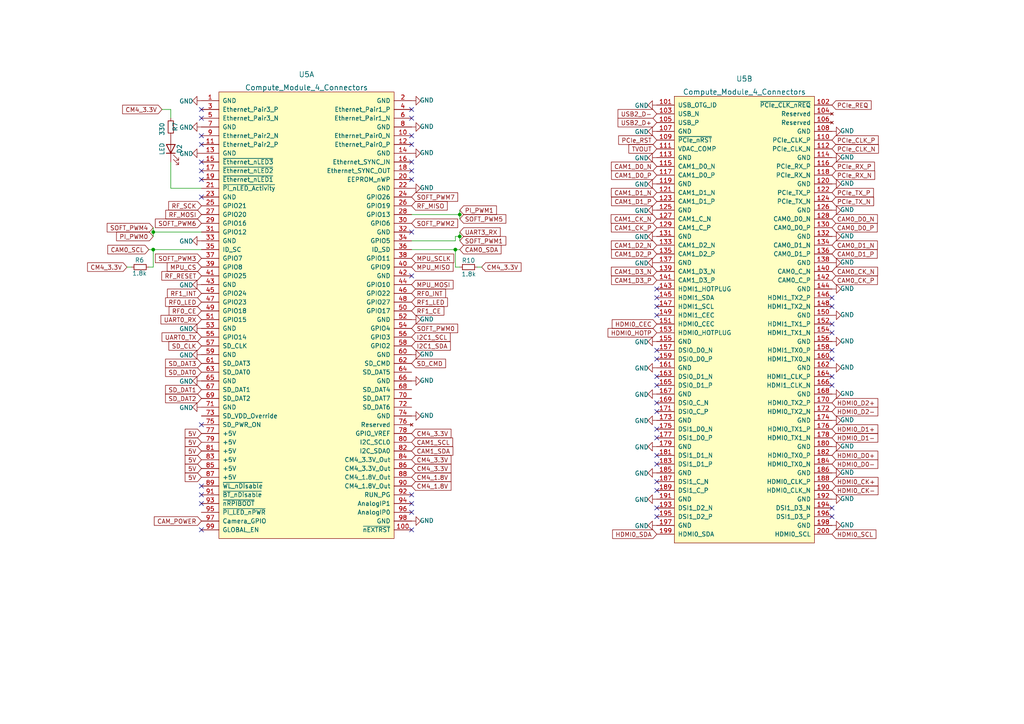
<source format=kicad_sch>
(kicad_sch (version 20211123) (generator eeschema)
  (paper "A4")
  (lib_symbols
    (symbol "Device:LED" (pin_numbers hide) (pin_names (offset 1.016) hide)
      (property "Reference" "D" (at 0 2.54 0))
      (property "Value" "LED" (at 0 -2.54 0))
      (symbol "LED_0_1"
        (polyline (pts (xy -1.27 -1.27) (xy -1.27 1.27)) (stroke (width 0.254)))
        (polyline (pts (xy -1.27 0) (xy 1.27 0)))
        (polyline (pts (xy 1.27 -1.27) (xy 1.27 1.27) (xy -1.27 0) (xy 1.27 -1.27)) (stroke (width 0.254)))
        (polyline (pts (xy -3.048 -0.762) (xy -4.572 -2.286) (xy -3.81 -2.286) (xy -4.572 -2.286) (xy -4.572 -1.524)))
        (polyline (pts (xy -1.778 -0.762) (xy -3.302 -2.286) (xy -2.54 -2.286) (xy -3.302 -2.286) (xy -3.302 -1.524)))
      )
      (symbol "LED_1_1"
        (pin passive line (at -3.81 0 0) (length 2.54) (name "K") (number "1"))
        (pin passive line (at 3.81 0 180) (length 2.54) (name "A") (number "2"))
      )
    )
    (symbol "Device:R_Small" (pin_numbers hide) (pin_names (offset 0.254) hide)
      (property "Reference" "R" (at 0.762 0.508 0))
      (property "Value" "R_Small" (at 0.762 -1.016 0))
      (symbol "R_Small_0_1"
        (rectangle (start -0.762 1.778) (end 0.762 -1.778) (stroke (width 0.2032)))
      )
      (symbol "R_Small_1_1"
        (pin passive line (at 0 2.54 270) (length 0.762) (name "~") (number "1"))
        (pin passive line (at 0 -2.54 90) (length 0.762) (name "~") (number "2"))
      )
    )
    (symbol "Raspberry_Pi_Compute_Module_4:Compute_Module_4_Connectors" (pin_names (offset 1.016))
      (property "Reference" "U" (at 5.08 6.35 0))
      (property "Value" "Compute_Module_4_Connectors" (at 5.08 3.81 0))
      (symbol "Compute_Module_4_Connectors_1_1"
        (rectangle (start 5.08 2.54) (end 55.88 -127) (fill (type background)))
        (pin power_in line (at 0 0 0) (length 5.08) (name "GND") (number "1"))
        (pin passive line (at 60.96 -10.16 180) (length 5.08) (name "Ethernet_Pair0_N") (number "10"))
        (pin output line (at 60.96 -124.46 180) (length 5.08) (name "~{nEXTRST}") (number "100"))
        (pin passive line (at 0 -12.7 0) (length 5.08) (name "Ethernet_Pair2_P") (number "11"))
        (pin passive line (at 60.96 -12.7 180) (length 5.08) (name "Ethernet_Pair0_P") (number "12"))
        (pin power_in line (at 0 -15.24 0) (length 5.08) (name "GND") (number "13"))
        (pin power_in line (at 60.96 -15.24 180) (length 5.08) (name "GND") (number "14"))
        (pin output line (at 0 -17.78 0) (length 5.08) (name "~{Ethernet_nLED3}") (number "15"))
        (pin input line (at 60.96 -17.78 180) (length 5.08) (name "Ethernet_SYNC_IN") (number "16"))
        (pin output line (at 0 -20.32 0) (length 5.08) (name "~{Ethernet_nLED2}") (number "17"))
        (pin input line (at 60.96 -20.32 180) (length 5.08) (name "Ethernet_SYNC_OUT") (number "18"))
        (pin output line (at 0 -22.86 0) (length 5.08) (name "~{Ethernet_nLED1}") (number "19"))
        (pin power_in line (at 60.96 0 180) (length 5.08) (name "GND") (number "2"))
        (pin passive line (at 60.96 -22.86 180) (length 5.08) (name "EEPROM_nWP") (number "20"))
        (pin open_collector line (at 0 -25.4 0) (length 5.08) (name "~{Pi_nLED_Activity}") (number "21"))
        (pin power_in line (at 60.96 -25.4 180) (length 5.08) (name "GND") (number "22"))
        (pin power_in line (at 0 -27.94 0) (length 5.08) (name "GND") (number "23"))
        (pin passive line (at 60.96 -27.94 180) (length 5.08) (name "GPIO26") (number "24"))
        (pin passive line (at 0 -30.48 0) (length 5.08) (name "GPIO21") (number "25"))
        (pin passive line (at 60.96 -30.48 180) (length 5.08) (name "GPIO19") (number "26"))
        (pin passive line (at 0 -33.02 0) (length 5.08) (name "GPIO20") (number "27"))
        (pin passive line (at 60.96 -33.02 180) (length 5.08) (name "GPIO13") (number "28"))
        (pin passive line (at 0 -35.56 0) (length 5.08) (name "GPIO16") (number "29"))
        (pin passive line (at 0 -2.54 0) (length 5.08) (name "Ethernet_Pair3_P") (number "3"))
        (pin passive line (at 60.96 -35.56 180) (length 5.08) (name "GPIO6") (number "30"))
        (pin passive line (at 0 -38.1 0) (length 5.08) (name "GPIO12") (number "31"))
        (pin power_in line (at 60.96 -38.1 180) (length 5.08) (name "GND") (number "32"))
        (pin power_in line (at 0 -40.64 0) (length 5.08) (name "GND") (number "33"))
        (pin passive line (at 60.96 -40.64 180) (length 5.08) (name "GPIO5") (number "34"))
        (pin passive line (at 0 -43.18 0) (length 5.08) (name "ID_SC") (number "35"))
        (pin passive line (at 60.96 -43.18 180) (length 5.08) (name "ID_SD") (number "36"))
        (pin passive line (at 0 -45.72 0) (length 5.08) (name "GPIO7") (number "37"))
        (pin passive line (at 60.96 -45.72 180) (length 5.08) (name "GPIO11") (number "38"))
        (pin passive line (at 0 -48.26 0) (length 5.08) (name "GPIO8") (number "39"))
        (pin passive line (at 60.96 -2.54 180) (length 5.08) (name "Ethernet_Pair1_P") (number "4"))
        (pin passive line (at 60.96 -48.26 180) (length 5.08) (name "GPIO9") (number "40"))
        (pin passive line (at 0 -50.8 0) (length 5.08) (name "GPIO25") (number "41"))
        (pin power_in line (at 60.96 -50.8 180) (length 5.08) (name "GND") (number "42"))
        (pin power_in line (at 0 -53.34 0) (length 5.08) (name "GND") (number "43"))
        (pin passive line (at 60.96 -53.34 180) (length 5.08) (name "GPIO10") (number "44"))
        (pin passive line (at 0 -55.88 0) (length 5.08) (name "GPIO24") (number "45"))
        (pin passive line (at 60.96 -55.88 180) (length 5.08) (name "GPIO22") (number "46"))
        (pin passive line (at 0 -58.42 0) (length 5.08) (name "GPIO23") (number "47"))
        (pin passive line (at 60.96 -58.42 180) (length 5.08) (name "GPIO27") (number "48"))
        (pin passive line (at 0 -60.96 0) (length 5.08) (name "GPIO18") (number "49"))
        (pin passive line (at 0 -5.08 0) (length 5.08) (name "Ethernet_Pair3_N") (number "5"))
        (pin passive line (at 60.96 -60.96 180) (length 5.08) (name "GPIO17") (number "50"))
        (pin passive line (at 0 -63.5 0) (length 5.08) (name "GPIO15") (number "51"))
        (pin power_in line (at 60.96 -63.5 180) (length 5.08) (name "GND") (number "52"))
        (pin power_in line (at 0 -66.04 0) (length 5.08) (name "GND") (number "53"))
        (pin passive line (at 60.96 -66.04 180) (length 5.08) (name "GPIO4") (number "54"))
        (pin passive line (at 0 -68.58 0) (length 5.08) (name "GPIO14") (number "55"))
        (pin passive line (at 60.96 -68.58 180) (length 5.08) (name "GPIO3") (number "56"))
        (pin passive line (at 0 -71.12 0) (length 5.08) (name "SD_CLK") (number "57"))
        (pin passive line (at 60.96 -71.12 180) (length 5.08) (name "GPIO2") (number "58"))
        (pin power_in line (at 0 -73.66 0) (length 5.08) (name "GND") (number "59"))
        (pin passive line (at 60.96 -5.08 180) (length 5.08) (name "Ethernet_Pair1_N") (number "6"))
        (pin power_in line (at 60.96 -73.66 180) (length 5.08) (name "GND") (number "60"))
        (pin passive line (at 0 -76.2 0) (length 5.08) (name "SD_DAT3") (number "61"))
        (pin passive line (at 60.96 -76.2 180) (length 5.08) (name "SD_CMD") (number "62"))
        (pin passive line (at 0 -78.74 0) (length 5.08) (name "SD_DAT0") (number "63"))
        (pin passive line (at 60.96 -78.74 180) (length 5.08) (name "SD_DAT5") (number "64"))
        (pin power_in line (at 0 -81.28 0) (length 5.08) (name "GND") (number "65"))
        (pin power_in line (at 60.96 -81.28 180) (length 5.08) (name "GND") (number "66"))
        (pin passive line (at 0 -83.82 0) (length 5.08) (name "SD_DAT1") (number "67"))
        (pin passive line (at 60.96 -83.82 180) (length 5.08) (name "SD_DAT4") (number "68"))
        (pin passive line (at 0 -86.36 0) (length 5.08) (name "SD_DAT2") (number "69"))
        (pin power_in line (at 0 -7.62 0) (length 5.08) (name "GND") (number "7"))
        (pin passive line (at 60.96 -86.36 180) (length 5.08) (name "SD_DAT7") (number "70"))
        (pin power_in line (at 0 -88.9 0) (length 5.08) (name "GND") (number "71"))
        (pin passive line (at 60.96 -88.9 180) (length 5.08) (name "SD_DAT6") (number "72"))
        (pin input line (at 0 -91.44 0) (length 5.08) (name "SD_VDD_Override") (number "73"))
        (pin power_in line (at 60.96 -91.44 180) (length 5.08) (name "GND") (number "74"))
        (pin output line (at 0 -93.98 0) (length 5.08) (name "SD_PWR_ON") (number "75"))
        (pin no_connect line (at 60.96 -93.98 180) (length 5.08) (name "Reserved") (number "76"))
        (pin power_in line (at 0 -96.52 0) (length 5.08) (name "+5V") (number "77"))
        (pin power_in line (at 60.96 -96.52 180) (length 5.08) (name "GPIO_VREF") (number "78"))
        (pin power_in line (at 0 -99.06 0) (length 5.08) (name "+5V") (number "79"))
        (pin power_in line (at 60.96 -7.62 180) (length 5.08) (name "GND") (number "8"))
        (pin bidirectional line (at 60.96 -99.06 180) (length 5.08) (name "I2C_SCL0") (number "80"))
        (pin power_in line (at 0 -101.6 0) (length 5.08) (name "+5V") (number "81"))
        (pin bidirectional line (at 60.96 -101.6 180) (length 5.08) (name "I2C_SDA0") (number "82"))
        (pin power_in line (at 0 -104.14 0) (length 5.08) (name "+5V") (number "83"))
        (pin power_out line (at 60.96 -104.14 180) (length 5.08) (name "CM4_3.3V_Out") (number "84"))
        (pin power_in line (at 0 -106.68 0) (length 5.08) (name "+5V") (number "85"))
        (pin power_out line (at 60.96 -106.68 180) (length 5.08) (name "CM4_3.3V_Out") (number "86"))
        (pin power_in line (at 0 -109.22 0) (length 5.08) (name "+5V") (number "87"))
        (pin power_out line (at 60.96 -109.22 180) (length 5.08) (name "CM4_1.8V_Out") (number "88"))
        (pin input line (at 0 -111.76 0) (length 5.08) (name "~{WL_nDisable}") (number "89"))
        (pin passive line (at 0 -10.16 0) (length 5.08) (name "Ethernet_Pair2_N") (number "9"))
        (pin power_out line (at 60.96 -111.76 180) (length 5.08) (name "CM4_1.8V_Out") (number "90"))
        (pin input line (at 0 -114.3 0) (length 5.08) (name "~{BT_nDisable}") (number "91"))
        (pin passive line (at 60.96 -114.3 180) (length 5.08) (name "RUN_PG") (number "92"))
        (pin input line (at 0 -116.84 0) (length 5.08) (name "~{nRPIBOOT}") (number "93"))
        (pin passive line (at 60.96 -116.84 180) (length 5.08) (name "AnalogIP1") (number "94"))
        (pin output line (at 0 -119.38 0) (length 5.08) (name "~{PI_LED_nPWR}") (number "95"))
        (pin passive line (at 60.96 -119.38 180) (length 5.08) (name "AnalogIP0") (number "96"))
        (pin passive line (at 0 -121.92 0) (length 5.08) (name "Camera_GPIO") (number "97"))
        (pin power_in line (at 60.96 -121.92 180) (length 5.08) (name "GND") (number "98"))
        (pin input line (at 0 -124.46 0) (length 5.08) (name "GLOBAL_EN") (number "99"))
      )
      (symbol "Compute_Module_4_Connectors_2_1"
        (rectangle (start 5.08 2.54) (end 45.72 -127) (fill (type background)))
        (pin input line (at 0 0 0) (length 5.08) (name "USB_OTG_ID") (number "101"))
        (pin input line (at 50.8 0 180) (length 5.08) (name "~{PCIe_CLK_nREQ}") (number "102"))
        (pin passive line (at 0 -2.54 0) (length 5.08) (name "USB_N") (number "103"))
        (pin no_connect line (at 50.8 -2.54 180) (length 5.08) (name "Reserved") (number "104"))
        (pin passive line (at 0 -5.08 0) (length 5.08) (name "USB_P") (number "105"))
        (pin no_connect line (at 50.8 -5.08 180) (length 5.08) (name "Reserved") (number "106"))
        (pin power_in line (at 0 -7.62 0) (length 5.08) (name "GND") (number "107"))
        (pin power_in line (at 50.8 -7.62 180) (length 5.08) (name "GND") (number "108"))
        (pin output line (at 0 -10.16 0) (length 5.08) (name "~{PCIe_nRST}") (number "109"))
        (pin output line (at 50.8 -10.16 180) (length 5.08) (name "PCIe_CLK_P") (number "110"))
        (pin output line (at 0 -12.7 0) (length 5.08) (name "VDAC_COMP") (number "111"))
        (pin output line (at 50.8 -12.7 180) (length 5.08) (name "PCIe_CLK_N") (number "112"))
        (pin power_in line (at 0 -15.24 0) (length 5.08) (name "GND") (number "113"))
        (pin power_in line (at 50.8 -15.24 180) (length 5.08) (name "GND") (number "114"))
        (pin input line (at 0 -17.78 0) (length 5.08) (name "CAM1_D0_N") (number "115"))
        (pin input line (at 50.8 -17.78 180) (length 5.08) (name "PCIe_RX_P") (number "116"))
        (pin input line (at 0 -20.32 0) (length 5.08) (name "CAM1_D0_P") (number "117"))
        (pin input line (at 50.8 -20.32 180) (length 5.08) (name "PCIe_RX_N") (number "118"))
        (pin power_in line (at 0 -22.86 0) (length 5.08) (name "GND") (number "119"))
        (pin power_in line (at 50.8 -22.86 180) (length 5.08) (name "GND") (number "120"))
        (pin input line (at 0 -25.4 0) (length 5.08) (name "CAM1_D1_N") (number "121"))
        (pin output line (at 50.8 -25.4 180) (length 5.08) (name "PCIe_TX_P") (number "122"))
        (pin input line (at 0 -27.94 0) (length 5.08) (name "CAM1_D1_P") (number "123"))
        (pin output line (at 50.8 -27.94 180) (length 5.08) (name "PCIe_TX_N") (number "124"))
        (pin power_in line (at 0 -30.48 0) (length 5.08) (name "GND") (number "125"))
        (pin power_in line (at 50.8 -30.48 180) (length 5.08) (name "GND") (number "126"))
        (pin input line (at 0 -33.02 0) (length 5.08) (name "CAM1_C_N") (number "127"))
        (pin input line (at 50.8 -33.02 180) (length 5.08) (name "CAM0_D0_N") (number "128"))
        (pin input line (at 0 -35.56 0) (length 5.08) (name "CAM1_C_P") (number "129"))
        (pin input line (at 50.8 -35.56 180) (length 5.08) (name "CAM0_D0_P") (number "130"))
        (pin power_in line (at 0 -38.1 0) (length 5.08) (name "GND") (number "131"))
        (pin power_in line (at 50.8 -38.1 180) (length 5.08) (name "GND") (number "132"))
        (pin input line (at 0 -40.64 0) (length 5.08) (name "CAM1_D2_N") (number "133"))
        (pin input line (at 50.8 -40.64 180) (length 5.08) (name "CAM0_D1_N") (number "134"))
        (pin input line (at 0 -43.18 0) (length 5.08) (name "CAM1_D2_P") (number "135"))
        (pin input line (at 50.8 -43.18 180) (length 5.08) (name "CAM0_D1_P") (number "136"))
        (pin power_in line (at 0 -45.72 0) (length 5.08) (name "GND") (number "137"))
        (pin power_in line (at 50.8 -45.72 180) (length 5.08) (name "GND") (number "138"))
        (pin input line (at 0 -48.26 0) (length 5.08) (name "CAM1_D3_N") (number "139"))
        (pin input line (at 50.8 -48.26 180) (length 5.08) (name "CAM0_C_N") (number "140"))
        (pin input line (at 0 -50.8 0) (length 5.08) (name "CAM1_D3_P") (number "141"))
        (pin input line (at 50.8 -50.8 180) (length 5.08) (name "CAM0_C_P") (number "142"))
        (pin input line (at 0 -53.34 0) (length 5.08) (name "HDMI1_HOTPLUG") (number "143"))
        (pin power_in line (at 50.8 -53.34 180) (length 5.08) (name "GND") (number "144"))
        (pin bidirectional line (at 0 -55.88 0) (length 5.08) (name "HDMI1_SDA") (number "145"))
        (pin output line (at 50.8 -55.88 180) (length 5.08) (name "HDMI1_TX2_P") (number "146"))
        (pin open_collector line (at 0 -58.42 0) (length 5.08) (name "HDMI1_SCL") (number "147"))
        (pin output line (at 50.8 -58.42 180) (length 5.08) (name "HDMI1_TX2_N") (number "148"))
        (pin open_collector line (at 0 -60.96 0) (length 5.08) (name "HDMI1_CEC") (number "149"))
        (pin power_in line (at 50.8 -60.96 180) (length 5.08) (name "GND") (number "150"))
        (pin open_collector line (at 0 -63.5 0) (length 5.08) (name "HDMI0_CEC") (number "151"))
        (pin output line (at 50.8 -63.5 180) (length 5.08) (name "HDMI1_TX1_P") (number "152"))
        (pin input line (at 0 -66.04 0) (length 5.08) (name "HDMI0_HOTPLUG") (number "153"))
        (pin output line (at 50.8 -66.04 180) (length 5.08) (name "HDMI1_TX1_N") (number "154"))
        (pin power_in line (at 0 -68.58 0) (length 5.08) (name "GND") (number "155"))
        (pin power_in line (at 50.8 -68.58 180) (length 5.08) (name "GND") (number "156"))
        (pin output line (at 0 -71.12 0) (length 5.08) (name "DSI0_D0_N") (number "157"))
        (pin output line (at 50.8 -71.12 180) (length 5.08) (name "HDMI1_TX0_P") (number "158"))
        (pin output line (at 0 -73.66 0) (length 5.08) (name "DSI0_D0_P") (number "159"))
        (pin output line (at 50.8 -73.66 180) (length 5.08) (name "HDMI1_TX0_N") (number "160"))
        (pin power_in line (at 0 -76.2 0) (length 5.08) (name "GND") (number "161"))
        (pin power_in line (at 50.8 -76.2 180) (length 5.08) (name "GND") (number "162"))
        (pin output line (at 0 -78.74 0) (length 5.08) (name "DSI0_D1_N") (number "163"))
        (pin output line (at 50.8 -78.74 180) (length 5.08) (name "HDMI1_CLK_P") (number "164"))
        (pin output line (at 0 -81.28 0) (length 5.08) (name "DSI0_D1_P") (number "165"))
        (pin output line (at 50.8 -81.28 180) (length 5.08) (name "HDMI1_CLK_N") (number "166"))
        (pin power_in line (at 0 -83.82 0) (length 5.08) (name "GND") (number "167"))
        (pin power_in line (at 50.8 -83.82 180) (length 5.08) (name "GND") (number "168"))
        (pin output line (at 0 -86.36 0) (length 5.08) (name "DSI0_C_N") (number "169"))
        (pin output line (at 50.8 -86.36 180) (length 5.08) (name "HDMI0_TX2_P") (number "170"))
        (pin output line (at 0 -88.9 0) (length 5.08) (name "DSI0_C_P") (number "171"))
        (pin output line (at 50.8 -88.9 180) (length 5.08) (name "HDMI0_TX2_N") (number "172"))
        (pin power_in line (at 0 -91.44 0) (length 5.08) (name "GND") (number "173"))
        (pin power_in line (at 50.8 -91.44 180) (length 5.08) (name "GND") (number "174"))
        (pin output line (at 0 -93.98 0) (length 5.08) (name "DSI1_D0_N") (number "175"))
        (pin output line (at 50.8 -93.98 180) (length 5.08) (name "HDMI0_TX1_P") (number "176"))
        (pin output line (at 0 -96.52 0) (length 5.08) (name "DSI1_D0_P") (number "177"))
        (pin output line (at 50.8 -96.52 180) (length 5.08) (name "HDMI0_TX1_N") (number "178"))
        (pin power_in line (at 0 -99.06 0) (length 5.08) (name "GND") (number "179"))
        (pin power_in line (at 50.8 -99.06 180) (length 5.08) (name "GND") (number "180"))
        (pin output line (at 0 -101.6 0) (length 5.08) (name "DSI1_D1_N") (number "181"))
        (pin output line (at 50.8 -101.6 180) (length 5.08) (name "HDMI0_TX0_P") (number "182"))
        (pin output line (at 0 -104.14 0) (length 5.08) (name "DSI1_D1_P") (number "183"))
        (pin output line (at 50.8 -104.14 180) (length 5.08) (name "HDMI0_TX0_N") (number "184"))
        (pin power_in line (at 0 -106.68 0) (length 5.08) (name "GND") (number "185"))
        (pin power_in line (at 50.8 -106.68 180) (length 5.08) (name "GND") (number "186"))
        (pin output line (at 0 -109.22 0) (length 5.08) (name "DSI1_C_N") (number "187"))
        (pin output line (at 50.8 -109.22 180) (length 5.08) (name "HDMI0_CLK_P") (number "188"))
        (pin output line (at 0 -111.76 0) (length 5.08) (name "DSI1_C_P") (number "189"))
        (pin output line (at 50.8 -111.76 180) (length 5.08) (name "HDMI0_CLK_N") (number "190"))
        (pin power_in line (at 0 -114.3 0) (length 5.08) (name "GND") (number "191"))
        (pin power_in line (at 50.8 -114.3 180) (length 5.08) (name "GND") (number "192"))
        (pin output line (at 0 -116.84 0) (length 5.08) (name "DSI1_D2_N") (number "193"))
        (pin output line (at 50.8 -116.84 180) (length 5.08) (name "DSI1_D3_N") (number "194"))
        (pin output line (at 0 -119.38 0) (length 5.08) (name "DSI1_D2_P") (number "195"))
        (pin output line (at 50.8 -119.38 180) (length 5.08) (name "DSI1_D3_P") (number "196"))
        (pin power_in line (at 0 -121.92 0) (length 5.08) (name "GND") (number "197"))
        (pin power_in line (at 50.8 -121.92 180) (length 5.08) (name "GND") (number "198"))
        (pin bidirectional line (at 0 -124.46 0) (length 5.08) (name "HDMI0_SDA") (number "199"))
        (pin open_collector line (at 50.8 -124.46 180) (length 5.08) (name "HDMI0_SCL") (number "200"))
      )
    )
    (symbol "power:GND" (power) (pin_names (offset 0))
      (property "Value" "GND" (at 0 -3.81 0))
      (symbol "GND_0_1"
        (polyline (pts (xy 0 0) (xy 0 -1.27) (xy 1.27 -1.27) (xy 0 -2.54) (xy -1.27 -1.27) (xy 0 -1.27)))
      )
      (symbol "GND_1_1"
        (pin power_in line (at 0 0 270) (length 0) hide (name "GND") (number "1"))
      )
    )
  )
  (junction (at 133.35 62.23))
  (junction (at 133.35 68.58))
  (junction (at 44.45 72.39))
  (junction (at 132.08 72.39))
  (junction (at 44.45 67.31))
  (no_connect (at 58.42 140.97))
  (no_connect (at 190.5 88.9))
  (no_connect (at 58.42 49.53))
  (no_connect (at 58.42 39.37))
  (no_connect (at 119.38 52.07))
  (no_connect (at 241.3 149.86))
  (no_connect (at 241.3 111.76))
  (no_connect (at 190.5 127))
  (no_connect (at 119.38 46.99))
  (no_connect (at 119.38 39.37))
  (no_connect (at 119.38 34.29))
  (no_connect (at 58.42 143.51))
  (no_connect (at 241.3 96.52))
  (no_connect (at 241.3 93.98))
  (no_connect (at 119.38 80.01))
  (no_connect (at 58.42 57.15))
  (no_connect (at 241.3 147.32))
  (no_connect (at 241.3 104.14))
  (no_connect (at 190.5 149.86))
  (no_connect (at 241.3 88.9))
  (no_connect (at 119.38 143.51))
  (no_connect (at 58.42 31.75))
  (no_connect (at 58.42 34.29))
  (no_connect (at 190.5 139.7))
  (no_connect (at 58.42 46.99))
  (no_connect (at 119.38 146.05))
  (no_connect (at 58.42 153.67))
  (no_connect (at 58.42 41.91))
  (no_connect (at 190.5 91.44))
  (no_connect (at 119.38 148.59))
  (no_connect (at 190.5 132.08))
  (no_connect (at 190.5 119.38))
  (no_connect (at 190.5 116.84))
  (no_connect (at 58.42 52.07))
  (no_connect (at 119.38 41.91))
  (no_connect (at 190.5 124.46))
  (no_connect (at 190.5 86.36))
  (no_connect (at 190.5 134.62))
  (no_connect (at 241.3 101.6))
  (no_connect (at 190.5 101.6))
  (no_connect (at 119.38 153.67))
  (no_connect (at 119.38 49.53))
  (no_connect (at 241.3 86.36))
  (no_connect (at 190.5 109.22))
  (no_connect (at 190.5 147.32))
  (no_connect (at 119.38 67.31))
  (no_connect (at 58.42 123.19))
  (no_connect (at 190.5 142.24))
  (no_connect (at 190.5 104.14))
  (no_connect (at 58.42 146.05))
  (no_connect (at 119.38 31.75))
  (no_connect (at 190.5 83.82))
  (no_connect (at 241.3 109.22))
  (no_connect (at 190.5 111.76))
  (wire (pts (xy 44.45 67.31) (xy 44.45 68.58)))
  (wire (pts (xy 44.45 67.31) (xy 58.42 67.31)))
  (wire (pts (xy 133.35 60.96) (xy 133.35 62.23)))
  (wire (pts (xy 49.53 31.75) (xy 49.53 34.29)))
  (wire (pts (xy 132.08 77.47) (xy 132.08 72.39)))
  (wire (pts (xy 133.35 67.31) (xy 133.35 68.58)))
  (wire (pts (xy 133.35 68.58) (xy 133.35 69.85)))
  (wire (pts (xy 58.42 54.61) (xy 49.53 54.61)))
  (wire (pts (xy 133.35 62.23) (xy 133.35 63.5)))
  (wire (pts (xy 119.38 69.85) (xy 132.08 69.85)))
  (wire (pts (xy 132.08 72.39) (xy 133.35 72.39)))
  (wire (pts (xy 49.53 54.61) (xy 49.53 46.99)))
  (wire (pts (xy 43.18 77.47) (xy 44.45 77.47)))
  (wire (pts (xy 36.83 77.47) (xy 38.1 77.47)))
  (wire (pts (xy 119.38 62.23) (xy 133.35 62.23)))
  (wire (pts (xy 132.08 69.85) (xy 132.08 68.58)))
  (wire (pts (xy 138.43 77.47) (xy 139.7 77.47)))
  (wire (pts (xy 132.08 68.58) (xy 133.35 68.58)))
  (wire (pts (xy 46.99 31.75) (xy 49.53 31.75)))
  (wire (pts (xy 44.45 72.39) (xy 58.42 72.39)))
  (wire (pts (xy 44.45 66.04) (xy 44.45 67.31)))
  (wire (pts (xy 44.45 77.47) (xy 44.45 72.39)))
  (wire (pts (xy 43.18 72.39) (xy 44.45 72.39)))
  (wire (pts (xy 133.35 77.47) (xy 132.08 77.47)))
  (wire (pts (xy 119.38 72.39) (xy 132.08 72.39)))
  (global_label "SD_CMD" (shape input) (at 119.38 105.41 0) (property "Références Inter-Feuilles" "${INTERSHEET_REFS}" (effects hide)))
  (global_label "RF1_LED" (shape input) (at 119.38 87.63 0) (property "Références Inter-Feuilles" "${INTERSHEET_REFS}" (effects hide)))
  (global_label "HDMI0_CK+" (shape input) (at 241.3 139.7 0) (property "Références Inter-Feuilles" "${INTERSHEET_REFS}" (effects hide)))
  (global_label "SD_DAT1" (shape input) (at 58.42 113.03 180) (property "Références Inter-Feuilles" "${INTERSHEET_REFS}" (effects hide)))
  (global_label "CAM1_D1_N" (shape input) (at 190.5 55.88 180) (property "Références Inter-Feuilles" "${INTERSHEET_REFS}" (effects hide)))
  (global_label "SD_DAT0" (shape input) (at 58.42 107.95 180) (property "Références Inter-Feuilles" "${INTERSHEET_REFS}" (effects hide)))
  (global_label "CM4_3.3V" (shape input) (at 46.99 31.75 180) (property "Références Inter-Feuilles" "${INTERSHEET_REFS}" (effects hide)))
  (global_label "5V" (shape input) (at 58.42 138.43 180) (property "Références Inter-Feuilles" "${INTERSHEET_REFS}" (effects hide)))
  (global_label "I2C1_SCL" (shape input) (at 119.38 97.79 0) (property "Références Inter-Feuilles" "${INTERSHEET_REFS}" (effects hide)))
  (global_label "HDMI0_SCL" (shape input) (at 241.3 154.94 0) (property "Références Inter-Feuilles" "${INTERSHEET_REFS}" (effects hide)))
  (global_label "RF_SCK" (shape input) (at 58.42 59.69 180) (property "Références Inter-Feuilles" "${INTERSHEET_REFS}" (effects hide)))
  (global_label "CAM1_D1_P" (shape input) (at 190.5 58.42 180) (property "Références Inter-Feuilles" "${INTERSHEET_REFS}" (effects hide)))
  (global_label "MPU_SCLK" (shape input) (at 119.38 74.93 0) (property "Références Inter-Feuilles" "${INTERSHEET_REFS}" (effects hide)))
  (global_label "SOFT_PWM2" (shape input) (at 119.38 64.77 0) (property "Références Inter-Feuilles" "${INTERSHEET_REFS}" (effects hide)))
  (global_label "HDMI0_D0-" (shape input) (at 241.3 134.62 0) (property "Références Inter-Feuilles" "${INTERSHEET_REFS}" (effects hide)))
  (global_label "TVOUT" (shape input) (at 190.5 43.18 180) (property "Références Inter-Feuilles" "${INTERSHEET_REFS}" (effects hide)))
  (global_label "5V" (shape input) (at 58.42 135.89 180) (property "Références Inter-Feuilles" "${INTERSHEET_REFS}" (effects hide)))
  (global_label "CAM0_SDA" (shape input) (at 133.35 72.39 0) (property "Références Inter-Feuilles" "${INTERSHEET_REFS}" (effects hide)))
  (global_label "5V" (shape input) (at 58.42 125.73 180) (property "Références Inter-Feuilles" "${INTERSHEET_REFS}" (effects hide)))
  (global_label "CAM1_CK_N" (shape input) (at 190.5 63.5 180) (property "Références Inter-Feuilles" "${INTERSHEET_REFS}" (effects hide)))
  (global_label "CAM1_D2_N" (shape input) (at 190.5 71.12 180) (property "Références Inter-Feuilles" "${INTERSHEET_REFS}" (effects hide)))
  (global_label "UART0_TX" (shape input) (at 58.42 97.79 180) (property "Références Inter-Feuilles" "${INTERSHEET_REFS}" (effects hide)))
  (global_label "CAM1_D3_P" (shape input) (at 190.5 81.28 180) (property "Références Inter-Feuilles" "${INTERSHEET_REFS}" (effects hide)))
  (global_label "USB2_D-" (shape input) (at 190.5 33.02 180) (property "Références Inter-Feuilles" "${INTERSHEET_REFS}" (effects hide)))
  (global_label "CM4_3.3V" (shape input) (at 36.83 77.47 180) (property "Références Inter-Feuilles" "${INTERSHEET_REFS}" (effects hide)))
  (global_label "5V" (shape input) (at 58.42 128.27 180) (property "Références Inter-Feuilles" "${INTERSHEET_REFS}" (effects hide)))
  (global_label "HDMI0_D1+" (shape input) (at 241.3 124.46 0) (property "Références Inter-Feuilles" "${INTERSHEET_REFS}" (effects hide)))
  (global_label "I2C1_SDA" (shape input) (at 119.38 100.33 0) (property "Références Inter-Feuilles" "${INTERSHEET_REFS}" (effects hide)))
  (global_label "CM4_3.3V" (shape input) (at 119.38 133.35 0) (property "Références Inter-Feuilles" "${INTERSHEET_REFS}" (effects hide)))
  (global_label "CAM_POWER" (shape input) (at 58.42 151.13 180) (property "Références Inter-Feuilles" "${INTERSHEET_REFS}" (effects hide)))
  (global_label "RF_MISO" (shape input) (at 119.38 59.69 0) (property "Références Inter-Feuilles" "${INTERSHEET_REFS}" (effects hide)))
  (global_label "HDMI0_D1-" (shape input) (at 241.3 127 0) (property "Références Inter-Feuilles" "${INTERSHEET_REFS}" (effects hide)))
  (global_label "PCIe_TX_N" (shape input) (at 241.3 58.42 0) (property "Références Inter-Feuilles" "${INTERSHEET_REFS}" (effects hide)))
  (global_label "RF0_INT" (shape input) (at 119.38 85.09 0) (property "Références Inter-Feuilles" "${INTERSHEET_REFS}" (effects hide)))
  (global_label "SOFT_PWM3" (shape input) (at 58.42 74.93 180) (property "Références Inter-Feuilles" "${INTERSHEET_REFS}" (effects hide)))
  (global_label "PCIe_CLK_N" (shape input) (at 241.3 43.18 0) (property "Références Inter-Feuilles" "${INTERSHEET_REFS}" (effects hide)))
  (global_label "RF_MOSI" (shape input) (at 58.42 62.23 180) (property "Références Inter-Feuilles" "${INTERSHEET_REFS}" (effects hide)))
  (global_label "RF0_CE" (shape input) (at 58.42 90.17 180) (property "Références Inter-Feuilles" "${INTERSHEET_REFS}" (effects hide)))
  (global_label "CAM1_CK_P" (shape input) (at 190.5 66.04 180) (property "Références Inter-Feuilles" "${INTERSHEET_REFS}" (effects hide)))
  (global_label "CAM1_D0_N" (shape input) (at 190.5 48.26 180) (property "Références Inter-Feuilles" "${INTERSHEET_REFS}" (effects hide)))
  (global_label "HDMI0_D2-" (shape input) (at 241.3 119.38 0) (property "Références Inter-Feuilles" "${INTERSHEET_REFS}" (effects hide)))
  (global_label "5V" (shape input) (at 58.42 130.81 180) (property "Références Inter-Feuilles" "${INTERSHEET_REFS}" (effects hide)))
  (global_label "UART3_RX" (shape input) (at 133.35 67.31 0) (property "Références Inter-Feuilles" "${INTERSHEET_REFS}" (effects hide)))
  (global_label "CM4_3.3V" (shape input) (at 139.7 77.47 0) (property "Références Inter-Feuilles" "${INTERSHEET_REFS}" (effects hide)))
  (global_label "HDMI0_CK-" (shape input) (at 241.3 142.24 0) (property "Références Inter-Feuilles" "${INTERSHEET_REFS}" (effects hide)))
  (global_label "RF1_CE" (shape input) (at 119.38 90.17 0) (property "Références Inter-Feuilles" "${INTERSHEET_REFS}" (effects hide)))
  (global_label "CAM0_D0_N" (shape input) (at 241.3 63.5 0) (property "Références Inter-Feuilles" "${INTERSHEET_REFS}" (effects hide)))
  (global_label "MPU_MOSI" (shape input) (at 119.38 82.55 0) (property "Références Inter-Feuilles" "${INTERSHEET_REFS}" (effects hide)))
  (global_label "SD_DAT3" (shape input) (at 58.42 105.41 180) (property "Références Inter-Feuilles" "${INTERSHEET_REFS}" (effects hide)))
  (global_label "HDMI0_CEC" (shape input) (at 190.5 93.98 180) (property "Références Inter-Feuilles" "${INTERSHEET_REFS}" (effects hide)))
  (global_label "PCIe_RX_N" (shape input) (at 241.3 50.8 0) (property "Références Inter-Feuilles" "${INTERSHEET_REFS}" (effects hide)))
  (global_label "SOFT_PWM4" (shape input) (at 44.45 66.04 180) (property "Références Inter-Feuilles" "${INTERSHEET_REFS}" (effects hide)))
  (global_label "RF0_LED" (shape input) (at 58.42 87.63 180) (property "Références Inter-Feuilles" "${INTERSHEET_REFS}" (effects hide)))
  (global_label "CM4_1.8V" (shape input) (at 119.38 140.97 0) (property "Références Inter-Feuilles" "${INTERSHEET_REFS}" (effects hide)))
  (global_label "MPU_CS" (shape input) (at 58.42 77.47 180) (property "Références Inter-Feuilles" "${INTERSHEET_REFS}" (effects hide)))
  (global_label "HDMI0_SDA" (shape input) (at 190.5 154.94 180) (property "Références Inter-Feuilles" "${INTERSHEET_REFS}" (effects hide)))
  (global_label "CAM0_SCL" (shape input) (at 43.18 72.39 180) (property "Références Inter-Feuilles" "${INTERSHEET_REFS}" (effects hide)))
  (global_label "SOFT_PWM1" (shape input) (at 133.35 69.85 0) (property "Références Inter-Feuilles" "${INTERSHEET_REFS}" (effects hide)))
  (global_label "SOFT_PWM5" (shape input) (at 133.35 63.5 0) (property "Références Inter-Feuilles" "${INTERSHEET_REFS}" (effects hide)))
  (global_label "PCIe_RST" (shape input) (at 190.5 40.64 180) (property "Références Inter-Feuilles" "${INTERSHEET_REFS}" (effects hide)))
  (global_label "CAM1_D0_P" (shape input) (at 190.5 50.8 180) (property "Références Inter-Feuilles" "${INTERSHEET_REFS}" (effects hide)))
  (global_label "PI_PWM1" (shape input) (at 133.35 60.96 0) (property "Références Inter-Feuilles" "${INTERSHEET_REFS}" (effects hide)))
  (global_label "CAM1_D2_P" (shape input) (at 190.5 73.66 180) (property "Références Inter-Feuilles" "${INTERSHEET_REFS}" (effects hide)))
  (global_label "CAM0_D0_P" (shape input) (at 241.3 66.04 0) (property "Références Inter-Feuilles" "${INTERSHEET_REFS}" (effects hide)))
  (global_label "CAM0_D1_N" (shape input) (at 241.3 71.12 0) (property "Références Inter-Feuilles" "${INTERSHEET_REFS}" (effects hide)))
  (global_label "CAM1_SDA" (shape input) (at 119.38 130.81 0) (property "Références Inter-Feuilles" "${INTERSHEET_REFS}" (effects hide)))
  (global_label "UART0_RX" (shape input) (at 58.42 92.71 180) (property "Références Inter-Feuilles" "${INTERSHEET_REFS}" (effects hide)))
  (global_label "RF_RESET" (shape input) (at 58.42 80.01 180) (property "Références Inter-Feuilles" "${INTERSHEET_REFS}" (effects hide)))
  (global_label "PCIe_RX_P" (shape input) (at 241.3 48.26 0) (property "Références Inter-Feuilles" "${INTERSHEET_REFS}" (effects hide)))
  (global_label "HDMI0_D2+" (shape input) (at 241.3 116.84 0) (property "Références Inter-Feuilles" "${INTERSHEET_REFS}" (effects hide)))
  (global_label "HDMI0_HOTP" (shape input) (at 190.5 96.52 180) (property "Références Inter-Feuilles" "${INTERSHEET_REFS}" (effects hide)))
  (global_label "SOFT_PWM6" (shape input) (at 58.42 64.77 180) (property "Références Inter-Feuilles" "${INTERSHEET_REFS}" (effects hide)))
  (global_label "MPU_MISO" (shape input) (at 119.38 77.47 0) (property "Références Inter-Feuilles" "${INTERSHEET_REFS}" (effects hide)))
  (global_label "SD_DAT2" (shape input) (at 58.42 115.57 180) (property "Références Inter-Feuilles" "${INTERSHEET_REFS}" (effects hide)))
  (global_label "CAM1_D3_N" (shape input) (at 190.5 78.74 180) (property "Références Inter-Feuilles" "${INTERSHEET_REFS}" (effects hide)))
  (global_label "RF1_INT" (shape input) (at 58.42 85.09 180) (property "Références Inter-Feuilles" "${INTERSHEET_REFS}" (effects hide)))
  (global_label "5V" (shape input) (at 58.42 133.35 180) (property "Références Inter-Feuilles" "${INTERSHEET_REFS}" (effects hide)))
  (global_label "USB2_D+" (shape input) (at 190.5 35.56 180) (property "Références Inter-Feuilles" "${INTERSHEET_REFS}" (effects hide)))
  (global_label "SOFT_PWM0" (shape input) (at 119.38 95.25 0) (property "Références Inter-Feuilles" "${INTERSHEET_REFS}" (effects hide)))
  (global_label "PI_PWM0" (shape input) (at 44.45 68.58 180) (property "Références Inter-Feuilles" "${INTERSHEET_REFS}" (effects hide)))
  (global_label "CM4_1.8V" (shape input) (at 119.38 138.43 0) (property "Références Inter-Feuilles" "${INTERSHEET_REFS}" (effects hide)))
  (global_label "CM4_3.3V" (shape input) (at 119.38 135.89 0) (property "Références Inter-Feuilles" "${INTERSHEET_REFS}" (effects hide)))
  (global_label "PCIe_TX_P" (shape input) (at 241.3 55.88 0) (property "Références Inter-Feuilles" "${INTERSHEET_REFS}" (effects hide)))
  (global_label "PCIe_CLK_P" (shape input) (at 241.3 40.64 0) (property "Références Inter-Feuilles" "${INTERSHEET_REFS}" (effects hide)))
  (global_label "HDMI0_D0+" (shape input) (at 241.3 132.08 0) (property "Références Inter-Feuilles" "${INTERSHEET_REFS}" (effects hide)))
  (global_label "CAM0_CK_P" (shape input) (at 241.3 81.28 0) (property "Références Inter-Feuilles" "${INTERSHEET_REFS}" (effects hide)))
  (global_label "SD_CLK" (shape input) (at 58.42 100.33 180) (property "Références Inter-Feuilles" "${INTERSHEET_REFS}" (effects hide)))
  (global_label "CAM1_SCL" (shape input) (at 119.38 128.27 0) (property "Références Inter-Feuilles" "${INTERSHEET_REFS}" (effects hide)))
  (global_label "SOFT_PWM7" (shape input) (at 119.38 57.15 0) (property "Références Inter-Feuilles" "${INTERSHEET_REFS}" (effects hide)))
  (global_label "CM4_3.3V" (shape input) (at 119.38 125.73 0) (property "Références Inter-Feuilles" "${INTERSHEET_REFS}" (effects hide)))
  (global_label "CAM0_D1_P" (shape input) (at 241.3 73.66 0) (property "Références Inter-Feuilles" "${INTERSHEET_REFS}" (effects hide)))
  (global_label "CAM0_CK_N" (shape input) (at 241.3 78.74 0) (property "Références Inter-Feuilles" "${INTERSHEET_REFS}" (effects hide)))
  (global_label "PCIe_REQ" (shape input) (at 241.3 30.48 0) (property "Références Inter-Feuilles" "${INTERSHEET_REFS}" (effects hide)))
  (symbol (lib_id "power:GND") (at 241.3 68.58 90) (unit 1)
    (property "Reference" "#PWR056" (effects hide))
    (property "Value" "GND" (at 245.6942 68.453 90))
  )
  (symbol (lib_id "power:GND") (at 190.5 53.34 270) (unit 1)
    (property "Reference" "#PWR040" (effects hide))
    (property "Value" "GND" (at 186.1058 53.467 90))
  )
  (symbol (lib_id "power:GND") (at 190.5 68.58 270) (unit 1)
    (property "Reference" "#PWR042" (effects hide))
    (property "Value" "GND" (at 186.1058 68.707 90))
  )
  (symbol (lib_id "Device:R_Small") (at 40.64 77.47 90) (unit 1)
    (property "Reference" "R6" (at 40.4627 75.463 90))
    (property "Value" "1.8k" (at 40.4627 79.273 90))
    (property "Footprint" "Resistor_SMD:R_0603_1608Metric" (effects hide))
  )
  (symbol (lib_id "power:GND") (at 190.5 129.54 270) (unit 1)
    (property "Reference" "#PWR048" (effects hide))
    (property "Value" "GND" (at 186.1058 129.667 90))
  )
  (symbol (lib_id "power:GND") (at 241.3 114.3 90) (unit 1)
    (property "Reference" "#PWR062" (effects hide))
    (property "Value" "GND" (at 245.6942 114.173 90))
  )
  (symbol (lib_id "power:GND") (at 190.5 152.4 270) (unit 1)
    (property "Reference" "#PWR051" (effects hide))
    (property "Value" "GND" (at 186.1058 152.527 90))
  )
  (symbol (lib_id "power:GND") (at 119.38 102.87 90) (unit 1)
    (property "Reference" "#PWR033" (effects hide))
    (property "Value" "GND" (at 123.7742 102.743 90))
  )
  (symbol (lib_id "power:GND") (at 241.3 137.16 90) (unit 1)
    (property "Reference" "#PWR065" (effects hide))
    (property "Value" "GND" (at 245.6942 137.033 90))
  )
  (symbol (lib_id "power:GND") (at 190.5 38.1 270) (unit 1)
    (property "Reference" "#PWR038" (effects hide))
    (property "Value" "GND" (at 186.1058 38.227 90))
  )
  (symbol (lib_id "power:GND") (at 190.5 30.48 270) (unit 1)
    (property "Reference" "#PWR037" (effects hide))
    (property "Value" "GND" (at 186.1058 30.607 90))
  )
  (symbol (lib_id "power:GND") (at 119.38 36.83 90) (unit 1)
    (property "Reference" "#PWR027" (effects hide))
    (property "Value" "GND" (at 123.7742 36.703 90))
  )
  (symbol (lib_id "power:GND") (at 119.38 110.49 90) (unit 1)
    (property "Reference" "#PWR034" (effects hide))
    (property "Value" "GND" (at 123.7742 110.363 90))
  )
  (symbol (lib_id "power:GND") (at 241.3 53.34 90) (unit 1)
    (property "Reference" "#PWR0117" (effects hide))
    (property "Value" "GND" (at 245.6942 53.213 90))
  )
  (symbol (lib_id "power:GND") (at 241.3 38.1 90) (unit 1)
    (property "Reference" "#PWR0116" (effects hide))
    (property "Value" "GND" (at 245.6942 37.973 90))
  )
  (symbol (lib_id "power:GND") (at 190.5 99.06 270) (unit 1)
    (property "Reference" "#PWR044" (effects hide))
    (property "Value" "GND" (at 186.1058 99.187 90))
  )
  (symbol (lib_id "power:GND") (at 58.42 118.11 270) (unit 1)
    (property "Reference" "#PWR025" (effects hide))
    (property "Value" "GND" (at 54.0258 118.237 90))
  )
  (symbol (lib_id "power:GND") (at 119.38 120.65 90) (unit 1)
    (property "Reference" "#PWR035" (effects hide))
    (property "Value" "GND" (at 123.7742 120.523 90))
  )
  (symbol (lib_id "power:GND") (at 119.38 44.45 90) (unit 1)
    (property "Reference" "#PWR028" (effects hide))
    (property "Value" "GND" (at 123.7742 44.323 90))
  )
  (symbol (lib_id "power:GND") (at 58.42 102.87 270) (unit 1)
    (property "Reference" "#PWR023" (effects hide))
    (property "Value" "GND" (at 54.0258 102.997 90))
  )
  (symbol (lib_id "power:GND") (at 190.5 144.78 270) (unit 1)
    (property "Reference" "#PWR050" (effects hide))
    (property "Value" "GND" (at 186.1058 144.907 90))
  )
  (symbol (lib_id "power:GND") (at 58.42 69.85 270) (unit 1)
    (property "Reference" "#PWR020" (effects hide))
    (property "Value" "GND" (at 54.0258 69.977 90))
  )
  (symbol (lib_id "power:GND") (at 58.42 95.25 270) (unit 1)
    (property "Reference" "#PWR022" (effects hide))
    (property "Value" "GND" (at 54.0258 95.377 90))
  )
  (symbol (lib_id "power:GND") (at 190.5 114.3 270) (unit 1)
    (property "Reference" "#PWR046" (effects hide))
    (property "Value" "GND" (at 186.1058 114.427 90))
  )
  (symbol (lib_id "power:GND") (at 58.42 29.21 270) (unit 1)
    (property "Reference" "#PWR016" (effects hide))
    (property "Value" "GND" (at 54.0258 29.337 90))
  )
  (symbol (lib_id "power:GND") (at 119.38 92.71 90) (unit 1)
    (property "Reference" "#PWR032" (effects hide))
    (property "Value" "GND" (at 123.7742 92.583 90))
  )
  (symbol (lib_id "power:GND") (at 58.42 36.83 270) (unit 1)
    (property "Reference" "#PWR017" (effects hide))
    (property "Value" "GND" (at 54.0258 36.957 90))
  )
  (symbol (lib_id "power:GND") (at 58.42 82.55 270) (unit 1)
    (property "Reference" "#PWR021" (effects hide))
    (property "Value" "GND" (at 54.0258 82.677 90))
  )
  (symbol (lib_id "power:GND") (at 241.3 121.92 90) (unit 1)
    (property "Reference" "#PWR063" (effects hide))
    (property "Value" "GND" (at 245.6942 121.793 90))
  )
  (symbol (lib_id "Device:R_Small") (at 49.53 36.83 0) (unit 1)
    (property "Reference" "R7" (at 50.8 38.1 90) (effects (justify left)))
    (property "Value" "330" (at 46.99 39.37 90) (effects (justify left)))
    (property "Footprint" "Resistor_SMD:R_0603_1608Metric" (effects hide))
  )
  (symbol (lib_id "power:GND") (at 241.3 83.82 90) (unit 1)
    (property "Reference" "#PWR058" (effects hide))
    (property "Value" "GND" (at 245.6942 83.693 90))
  )
  (symbol (lib_id "power:GND") (at 190.5 106.68 270) (unit 1)
    (property "Reference" "#PWR045" (effects hide))
    (property "Value" "GND" (at 186.1058 106.807 90))
  )
  (symbol (lib_id "power:GND") (at 241.3 45.72 90) (unit 1)
    (property "Reference" "#PWR0115" (effects hide))
    (property "Value" "GND" (at 245.6942 45.593 90))
  )
  (symbol (lib_id "power:GND") (at 119.38 151.13 90) (unit 1)
    (property "Reference" "#PWR036" (effects hide))
    (property "Value" "GND" (at 123.7742 151.003 90))
  )
  (symbol (lib_id "power:GND") (at 190.5 121.92 270) (unit 1)
    (property "Reference" "#PWR047" (effects hide))
    (property "Value" "GND" (at 186.1058 122.047 90))
  )
  (symbol (lib_id "power:GND") (at 190.5 137.16 270) (unit 1)
    (property "Reference" "#PWR049" (effects hide))
    (property "Value" "GND" (at 186.1058 137.287 90))
  )
  (symbol (lib_id "Raspberry_Pi_Compute_Module_4:Compute_Module_4_Connectors") (at 190.5 30.48 0) (unit 2)
    (property "Reference" "U5" (at 215.9 22.86 0) (effects (font (size 1.524 1.524))))
    (property "Value" "Compute_Module_4_Connectors" (at 215.9 26.67 0) (effects (font (size 1.524 1.524))))
    (property "Footprint" "RPi_Compute_Module_4:Raspberry-Pi-4-Compute-Module" (effects hide))
  )
  (symbol (lib_id "power:GND") (at 241.3 144.78 90) (unit 1)
    (property "Reference" "#PWR066" (effects hide))
    (property "Value" "GND" (at 245.6942 144.653 90))
  )
  (symbol (lib_id "Raspberry_Pi_Compute_Module_4:Compute_Module_4_Connectors") (at 58.42 29.21 0) (unit 1)
    (property "Reference" "U5" (at 88.9 21.59 0) (effects (font (size 1.524 1.524))))
    (property "Value" "Compute_Module_4_Connectors" (at 88.9 25.4 0) (effects (font (size 1.524 1.524))))
    (property "Footprint" "RPi_Compute_Module_4:Raspberry-Pi-4-Compute-Module" (effects hide))
  )
  (symbol (lib_id "power:GND") (at 190.5 45.72 270) (unit 1)
    (property "Reference" "#PWR039" (effects hide))
    (property "Value" "GND" (at 186.1058 45.847 90))
  )
  (symbol (lib_id "power:GND") (at 58.42 44.45 270) (unit 1)
    (property "Reference" "#PWR018" (effects hide))
    (property "Value" "GND" (at 54.0258 44.577 90))
  )
  (symbol (lib_id "power:GND") (at 241.3 129.54 90) (unit 1)
    (property "Reference" "#PWR064" (effects hide))
    (property "Value" "GND" (at 245.6942 129.413 90))
  )
  (symbol (lib_id "power:GND") (at 190.5 76.2 270) (unit 1)
    (property "Reference" "#PWR043" (effects hide))
    (property "Value" "GND" (at 186.1058 76.327 90))
  )
  (symbol (lib_id "power:GND") (at 241.3 106.68 90) (unit 1)
    (property "Reference" "#PWR061" (effects hide))
    (property "Value" "GND" (at 245.6942 106.553 90))
  )
  (symbol (lib_id "power:GND") (at 119.38 29.21 90) (unit 1)
    (property "Reference" "#PWR026" (effects hide))
    (property "Value" "GND" (at 123.7742 29.083 90))
  )
  (symbol (lib_id "power:GND") (at 119.38 54.61 90) (unit 1)
    (property "Reference" "#PWR029" (effects hide))
    (property "Value" "GND" (at 123.7742 54.483 90))
  )
  (symbol (lib_id "power:GND") (at 241.3 91.44 90) (unit 1)
    (property "Reference" "#PWR059" (effects hide))
    (property "Value" "GND" (at 245.6942 91.313 90))
  )
  (symbol (lib_id "Device:LED") (at 49.53 43.18 90) (unit 1)
    (property "Reference" "D2" (at 52.07 43.18 0))
    (property "Value" "LED" (at 46.99 43.18 0))
    (property "Footprint" "LED_SMD:LED_0805_2012Metric" (effects hide))
  )
  (symbol (lib_id "power:GND") (at 58.42 110.49 270) (unit 1)
    (property "Reference" "#PWR024" (effects hide))
    (property "Value" "GND" (at 54.0258 110.617 90))
  )
  (symbol (lib_id "power:GND") (at 241.3 152.4 90) (unit 1)
    (property "Reference" "#PWR067" (effects hide))
    (property "Value" "GND" (at 245.6942 152.273 90))
  )
  (symbol (lib_id "power:GND") (at 241.3 76.2 90) (unit 1)
    (property "Reference" "#PWR057" (effects hide))
    (property "Value" "GND" (at 245.6942 76.073 90))
  )
  (symbol (lib_id "power:GND") (at 241.3 99.06 90) (unit 1)
    (property "Reference" "#PWR060" (effects hide))
    (property "Value" "GND" (at 245.6942 98.933 90))
  )
  (symbol (lib_id "power:GND") (at 241.3 60.96 90) (unit 1)
    (property "Reference" "#PWR0118" (effects hide))
    (property "Value" "GND" (at 245.6942 60.833 90))
  )
  (symbol (lib_id "Device:R_Small") (at 135.89 77.47 270) (unit 1)
    (property "Reference" "R10" (at 135.8858 75.5447 90))
    (property "Value" "1.8k" (at 135.9546 79.4984 90))
    (property "Footprint" "Resistor_SMD:R_0603_1608Metric" (effects hide))
  )
  (symbol (lib_id "power:GND") (at 190.5 60.96 270) (unit 1)
    (property "Reference" "#PWR041" (effects hide))
    (property "Value" "GND" (at 186.1058 61.087 90))
  )
)
</source>
